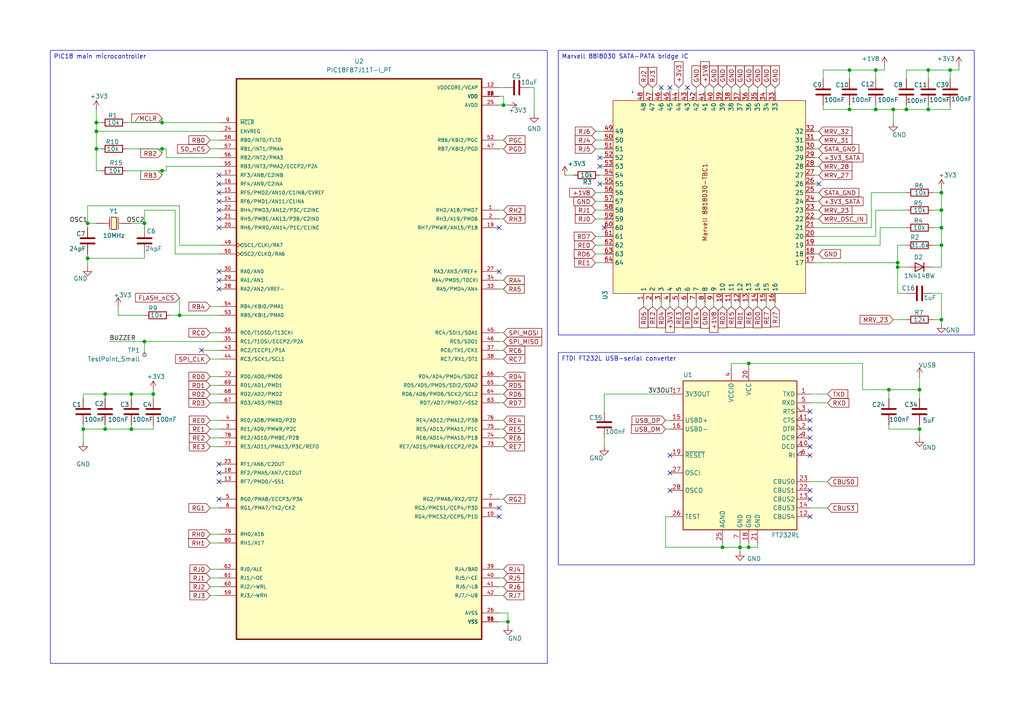
<source format=kicad_sch>
(kicad_sch (version 20250114) (generator "eeschema") (generator_version "9.0")
  (paper "A4")
  (text_box "FTDI FT232L USB-serial converter" (at 161.925 102.235 0) (size 120.65 61.595) (margins 0.9525 0.9525 0.9525 0.9525) (effects (font (size 1.27 1.27)) (justify left top)))
  (text_box "PIC18 main microcontroller" (at 14.605 14.605 0) (size 144.145 177.8) (margins 0.9525 0.9525 0.9525 0.9525) (effects (font (size 1.27 1.27)) (justify left top)))
  (text_box "Marvell 88i8030 SATA-PATA bridge IC" (at 161.925 14.605 0) (size 120.65 82.55) (margins 0.9525 0.9525 0.9525 0.9525) (effects (font (size 1.27 1.27)) (justify left top)))
  (junction (at 38.1 114.3))
  (junction (at 25.4 74.93))
  (junction (at 27.94 38.1))
  (junction (at 38.1 124.46))
  (junction (at 217.17 105.41))
  (junction (at 266.7 124.46))
  (junction (at 269.24 20.32))
  (junction (at 217.17 158.75))
  (junction (at 41.91 99.06))
  (junction (at 27.94 43.18))
  (junction (at 273.05 66.04))
  (junction (at 30.48 114.3))
  (junction (at 24.13 124.46))
  (junction (at 259.08 31.75))
  (junction (at 52.07 91.44))
  (junction (at 27.94 35.56))
  (junction (at 25.4 64.77))
  (junction (at 260.35 76.2))
  (junction (at 209.55 158.75))
  (junction (at 257.81 113.03))
  (junction (at 246.38 20.32))
  (junction (at 46.99 43.18))
  (junction (at 273.05 55.88))
  (junction (at 147.32 180.34))
  (junction (at 46.99 35.56))
  (junction (at 254 20.32))
  (junction (at 260.35 77.47))
  (junction (at 262.89 31.75))
  (junction (at 214.63 158.75))
  (junction (at 41.91 64.77))
  (junction (at 254 31.75))
  (junction (at 273.05 71.12))
  (junction (at 269.24 31.75))
  (junction (at 275.59 20.32))
  (junction (at 266.7 113.03))
  (junction (at 30.48 124.46))
  (junction (at 246.38 31.75))
  (junction (at 273.05 60.96))
  (junction (at 273.05 92.71))
  (junction (at 44.45 114.3))
  (junction (at 46.99 49.53))
  (junction (at 146.05 30.48))
  (no_connect (at 194.31 25.4))
  (no_connect (at 234.95 127))
  (no_connect (at 234.95 149.86))
  (no_connect (at 234.95 129.54))
  (no_connect (at 175.26 66.04))
  (no_connect (at 144.78 78.74))
  (no_connect (at 194.31 142.24))
  (no_connect (at 234.95 142.24))
  (no_connect (at 173.99 45.72))
  (no_connect (at 63.5 144.78))
  (no_connect (at 63.5 137.16))
  (no_connect (at 63.5 78.74))
  (no_connect (at 63.5 83.82))
  (no_connect (at 173.99 48.26))
  (no_connect (at 63.5 139.7))
  (no_connect (at 63.5 81.28))
  (no_connect (at 194.31 137.16))
  (no_connect (at 194.31 132.08))
  (no_connect (at 173.99 53.34))
  (no_connect (at 63.5 134.62))
  (no_connect (at 234.95 121.92))
  (no_connect (at 234.95 119.38))
  (no_connect (at 199.39 25.4))
  (no_connect (at 63.5 55.88))
  (no_connect (at 234.95 124.46))
  (no_connect (at 63.5 53.34))
  (no_connect (at 58.42 101.6))
  (no_connect (at 144.78 66.04))
  (no_connect (at 234.95 144.78))
  (no_connect (at 63.5 60.96))
  (no_connect (at 63.5 58.42))
  (no_connect (at 63.5 63.5))
  (no_connect (at 63.5 50.8))
  (no_connect (at 191.77 25.4))
  (no_connect (at 144.78 149.86))
  (no_connect (at 237.49 53.34))
  (no_connect (at 144.78 147.32))
  (no_connect (at 234.95 132.08))
  (no_connect (at 63.5 66.04))
  (wire (pts (xy 254 30.48) (xy 254 31.75)))
  (wire (pts (xy 48.26 48.26) (xy 63.5 48.26)))
  (wire (pts (xy 52.07 71.12) (xy 63.5 71.12)))
  (wire (pts (xy 193.04 124.46) (xy 194.31 124.46)))
  (wire (pts (xy 41.91 73.66) (xy 41.91 74.93)))
  (wire (pts (xy 172.72 43.18) (xy 175.26 43.18)))
  (wire (pts (xy 46.99 35.56) (xy 63.5 35.56)))
  (wire (pts (xy 147.32 177.8) (xy 147.32 180.34)))
  (wire (pts (xy 196.85 26.67) (xy 196.85 25.4)))
  (wire (pts (xy 144.78 111.76) (xy 146.05 111.76)))
  (wire (pts (xy 217.17 105.41) (xy 217.17 106.68)))
  (wire (pts (xy 224.79 88.9) (xy 224.79 87.63)))
  (wire (pts (xy 273.05 55.88) (xy 270.51 55.88)))
  (wire (pts (xy 25.4 64.77) (xy 27.94 64.77)))
  (wire (pts (xy 260.35 71.12) (xy 262.89 71.12)))
  (wire (pts (xy 27.94 31.75) (xy 27.94 35.56)))
  (wire (pts (xy 144.78 109.22) (xy 146.05 109.22)))
  (wire (pts (xy 60.96 88.9) (xy 63.5 88.9)))
  (wire (pts (xy 252.73 66.04) (xy 252.73 55.88)))
  (wire (pts (xy 46.99 49.53) (xy 48.26 49.53)))
  (wire (pts (xy 209.55 88.9) (xy 209.55 87.63)))
  (wire (pts (xy 144.78 180.34) (xy 147.32 180.34)))
  (wire (pts (xy 194.31 88.9) (xy 194.31 87.63)))
  (wire (pts (xy 201.93 26.67) (xy 201.93 25.4)))
  (wire (pts (xy 246.38 31.75) (xy 254 31.75)))
  (wire (pts (xy 259.08 31.75) (xy 262.89 31.75)))
  (wire (pts (xy 172.72 55.88) (xy 175.26 55.88)))
  (wire (pts (xy 30.48 124.46) (xy 38.1 124.46)))
  (wire (pts (xy 144.78 25.4) (xy 146.05 25.4)))
  (wire (pts (xy 144.78 40.64) (xy 146.05 40.64)))
  (wire (pts (xy 186.69 26.67) (xy 186.69 25.4)))
  (wire (pts (xy 236.22 45.72) (xy 237.49 45.72)))
  (wire (pts (xy 38.1 123.19) (xy 38.1 124.46)))
  (wire (pts (xy 270.51 66.04) (xy 273.05 66.04)))
  (wire (pts (xy 144.78 165.1) (xy 146.05 165.1)))
  (wire (pts (xy 175.26 114.3) (xy 175.26 119.38)))
  (wire (pts (xy 173.99 45.72) (xy 175.26 45.72)))
  (wire (pts (xy 262.89 20.32) (xy 262.89 22.86)))
  (wire (pts (xy 34.29 88.9) (xy 34.29 91.44)))
  (wire (pts (xy 27.94 43.18) (xy 27.94 49.53)))
  (wire (pts (xy 273.05 55.88) (xy 273.05 60.96)))
  (wire (pts (xy 246.38 20.32) (xy 254 20.32)))
  (wire (pts (xy 172.72 68.58) (xy 175.26 68.58)))
  (wire (pts (xy 194.31 25.4) (xy 194.31 26.67)))
  (wire (pts (xy 144.78 121.92) (xy 146.05 121.92)))
  (wire (pts (xy 217.17 26.67) (xy 217.17 25.4)))
  (wire (pts (xy 238.76 30.48) (xy 238.76 31.75)))
  (wire (pts (xy 46.99 44.45) (xy 46.99 43.18)))
  (wire (pts (xy 38.1 64.77) (xy 41.91 64.77)))
  (wire (pts (xy 266.7 113.03) (xy 266.7 115.57)))
  (wire (pts (xy 50.8 73.66) (xy 63.5 73.66)))
  (wire (pts (xy 204.47 26.67) (xy 204.47 25.4)))
  (wire (pts (xy 269.24 20.32) (xy 269.24 22.86)))
  (wire (pts (xy 144.78 104.14) (xy 146.05 104.14)))
  (wire (pts (xy 24.13 124.46) (xy 24.13 128.27)))
  (wire (pts (xy 144.78 63.5) (xy 146.05 63.5)))
  (wire (pts (xy 273.05 92.71) (xy 270.51 92.71)))
  (wire (pts (xy 24.13 115.57) (xy 24.13 114.3)))
  (wire (pts (xy 44.45 114.3) (xy 44.45 115.57)))
  (wire (pts (xy 144.78 43.18) (xy 146.05 43.18)))
  (wire (pts (xy 25.4 64.77) (xy 25.4 66.04)))
  (wire (pts (xy 237.49 53.34) (xy 236.22 53.34)))
  (wire (pts (xy 255.27 71.12) (xy 255.27 66.04)))
  (wire (pts (xy 25.4 59.69) (xy 25.4 64.77)))
  (wire (pts (xy 27.94 38.1) (xy 27.94 35.56)))
  (wire (pts (xy 44.45 123.19) (xy 44.45 124.46)))
  (wire (pts (xy 255.27 66.04) (xy 262.89 66.04)))
  (wire (pts (xy 144.78 81.28) (xy 146.05 81.28)))
  (wire (pts (xy 254 20.32) (xy 254 22.86)))
  (wire (pts (xy 41.91 66.04) (xy 41.91 64.77)))
  (wire (pts (xy 46.99 50.8) (xy 46.99 49.53)))
  (wire (pts (xy 257.81 113.03) (xy 257.81 115.57)))
  (wire (pts (xy 52.07 86.36) (xy 52.07 91.44)))
  (wire (pts (xy 212.09 88.9) (xy 212.09 87.63)))
  (wire (pts (xy 236.22 71.12) (xy 255.27 71.12)))
  (wire (pts (xy 270.51 77.47) (xy 273.05 77.47)))
  (wire (pts (xy 49.53 91.44) (xy 52.07 91.44)))
  (wire (pts (xy 204.47 88.9) (xy 204.47 87.63)))
  (wire (pts (xy 217.17 105.41) (xy 250.19 105.41)))
  (wire (pts (xy 30.48 123.19) (xy 30.48 124.46)))
  (wire (pts (xy 27.94 49.53) (xy 29.21 49.53)))
  (wire (pts (xy 60.96 96.52) (xy 63.5 96.52)))
  (wire (pts (xy 250.19 113.03) (xy 257.81 113.03)))
  (wire (pts (xy 273.05 60.96) (xy 270.51 60.96)))
  (wire (pts (xy 212.09 26.67) (xy 212.09 25.4)))
  (wire (pts (xy 27.94 43.18) (xy 27.94 38.1)))
  (wire (pts (xy 191.77 25.4) (xy 191.77 26.67)))
  (wire (pts (xy 29.21 43.18) (xy 27.94 43.18)))
  (wire (pts (xy 214.63 158.75) (xy 217.17 158.75)))
  (wire (pts (xy 172.72 63.5) (xy 175.26 63.5)))
  (wire (pts (xy 273.05 71.12) (xy 270.51 71.12)))
  (wire (pts (xy 60.96 127) (xy 63.5 127)))
  (wire (pts (xy 30.48 114.3) (xy 30.48 115.57)))
  (wire (pts (xy 234.95 147.32) (xy 240.03 147.32)))
  (wire (pts (xy 44.45 114.3) (xy 38.1 114.3)))
  (wire (pts (xy 144.78 177.8) (xy 147.32 177.8)))
  (wire (pts (xy 199.39 25.4) (xy 199.39 26.67)))
  (wire (pts (xy 31.75 99.06) (xy 41.91 99.06)))
  (wire (pts (xy 260.35 71.12) (xy 260.35 76.2)))
  (wire (pts (xy 144.78 96.52) (xy 146.05 96.52)))
  (wire (pts (xy 189.23 88.9) (xy 189.23 87.63)))
  (wire (pts (xy 246.38 30.48) (xy 246.38 31.75)))
  (wire (pts (xy 260.35 77.47) (xy 260.35 85.09)))
  (wire (pts (xy 48.26 45.72) (xy 63.5 45.72)))
  (wire (pts (xy 250.19 105.41) (xy 250.19 113.03)))
  (wire (pts (xy 236.22 50.8) (xy 237.49 50.8)))
  (wire (pts (xy 144.78 60.96) (xy 146.05 60.96)))
  (wire (pts (xy 144.78 129.54) (xy 146.05 129.54)))
  (wire (pts (xy 24.13 114.3) (xy 30.48 114.3)))
  (wire (pts (xy 163.83 50.8) (xy 166.37 50.8)))
  (wire (pts (xy 44.45 124.46) (xy 38.1 124.46)))
  (wire (pts (xy 212.09 105.41) (xy 212.09 106.68)))
  (wire (pts (xy 48.26 45.72) (xy 48.26 43.18)))
  (wire (pts (xy 172.72 60.96) (xy 175.26 60.96)))
  (wire (pts (xy 269.24 31.75) (xy 275.59 31.75)))
  (wire (pts (xy 144.78 167.64) (xy 146.05 167.64)))
  (wire (pts (xy 254 60.96) (xy 262.89 60.96)))
  (wire (pts (xy 60.96 109.22) (xy 63.5 109.22)))
  (wire (pts (xy 172.72 71.12) (xy 175.26 71.12)))
  (wire (pts (xy 60.96 170.18) (xy 63.5 170.18)))
  (wire (pts (xy 52.07 71.12) (xy 52.07 59.69)))
  (wire (pts (xy 41.91 64.77) (xy 41.91 60.96)))
  (wire (pts (xy 25.4 74.93) (xy 41.91 74.93)))
  (wire (pts (xy 256.54 19.05) (xy 256.54 20.32)))
  (wire (pts (xy 60.96 157.48) (xy 63.5 157.48)))
  (wire (pts (xy 173.99 50.8) (xy 175.26 50.8)))
  (wire (pts (xy 236.22 68.58) (xy 254 68.58)))
  (wire (pts (xy 146.05 27.94) (xy 146.05 30.48)))
  (wire (pts (xy 191.77 88.9) (xy 191.77 87.63)))
  (wire (pts (xy 196.85 88.9) (xy 196.85 87.63)))
  (wire (pts (xy 30.48 124.46) (xy 24.13 124.46)))
  (wire (pts (xy 144.78 127) (xy 146.05 127)))
  (wire (pts (xy 236.22 63.5) (xy 237.49 63.5)))
  (wire (pts (xy 259.08 92.71) (xy 262.89 92.71)))
  (wire (pts (xy 217.17 88.9) (xy 217.17 87.63)))
  (wire (pts (xy 38.1 114.3) (xy 30.48 114.3)))
  (wire (pts (xy 273.05 54.61) (xy 273.05 55.88)))
  (wire (pts (xy 52.07 59.69) (xy 25.4 59.69)))
  (wire (pts (xy 254 68.58) (xy 254 60.96)))
  (wire (pts (xy 214.63 26.67) (xy 214.63 25.4)))
  (wire (pts (xy 219.71 26.67) (xy 219.71 25.4)))
  (wire (pts (xy 236.22 48.26) (xy 237.49 48.26)))
  (wire (pts (xy 60.96 43.18) (xy 63.5 43.18)))
  (wire (pts (xy 238.76 22.86) (xy 238.76 20.32)))
  (wire (pts (xy 262.89 77.47) (xy 260.35 77.47)))
  (wire (pts (xy 275.59 20.32) (xy 275.59 22.86)))
  (wire (pts (xy 60.96 104.14) (xy 63.5 104.14)))
  (wire (pts (xy 60.96 114.3) (xy 63.5 114.3)))
  (wire (pts (xy 41.91 99.06) (xy 63.5 99.06)))
  (wire (pts (xy 50.8 60.96) (xy 50.8 73.66)))
  (wire (pts (xy 252.73 55.88) (xy 262.89 55.88)))
  (wire (pts (xy 60.96 154.94) (xy 63.5 154.94)))
  (wire (pts (xy 173.99 48.26) (xy 175.26 48.26)))
  (wire (pts (xy 219.71 88.9) (xy 219.71 87.63)))
  (wire (pts (xy 60.96 116.84) (xy 63.5 116.84)))
  (wire (pts (xy 266.7 127) (xy 266.7 124.46)))
  (wire (pts (xy 60.96 165.1) (xy 63.5 165.1)))
  (wire (pts (xy 214.63 157.48) (xy 214.63 158.75)))
  (wire (pts (xy 36.83 35.56) (xy 46.99 35.56)))
  (wire (pts (xy 172.72 58.42) (xy 175.26 58.42)))
  (wire (pts (xy 172.72 76.2) (xy 175.26 76.2)))
  (wire (pts (xy 173.99 53.34) (xy 175.26 53.34)))
  (wire (pts (xy 144.78 124.46) (xy 146.05 124.46)))
  (wire (pts (xy 246.38 22.86) (xy 246.38 20.32)))
  (wire (pts (xy 238.76 20.32) (xy 246.38 20.32)))
  (wire (pts (xy 214.63 160.02) (xy 214.63 158.75)))
  (wire (pts (xy 240.03 116.84) (xy 234.95 116.84)))
  (wire (pts (xy 27.94 35.56) (xy 29.21 35.56)))
  (wire (pts (xy 193.04 121.92) (xy 194.31 121.92)))
  (wire (pts (xy 269.24 20.32) (xy 275.59 20.32)))
  (wire (pts (xy 38.1 114.3) (xy 38.1 115.57)))
  (wire (pts (xy 144.78 170.18) (xy 146.05 170.18)))
  (wire (pts (xy 234.95 114.3) (xy 240.03 114.3)))
  (wire (pts (xy 236.22 76.2) (xy 260.35 76.2)))
  (wire (pts (xy 60.96 129.54) (xy 63.5 129.54)))
  (wire (pts (xy 273.05 77.47) (xy 273.05 71.12)))
  (wire (pts (xy 236.22 55.88) (xy 237.49 55.88)))
  (wire (pts (xy 60.96 124.46) (xy 63.5 124.46)))
  (wire (pts (xy 199.39 88.9) (xy 199.39 87.63)))
  (wire (pts (xy 144.78 114.3) (xy 146.05 114.3)))
  (wire (pts (xy 60.96 40.64) (xy 63.5 40.64)))
  (wire (pts (xy 172.72 38.1) (xy 175.26 38.1)))
  (wire (pts (xy 144.78 83.82) (xy 146.05 83.82)))
  (wire (pts (xy 262.89 31.75) (xy 269.24 31.75)))
  (wire (pts (xy 209.55 158.75) (xy 214.63 158.75)))
  (wire (pts (xy 222.25 88.9) (xy 222.25 87.63)))
  (wire (pts (xy 25.4 77.47) (xy 25.4 74.93)))
  (wire (pts (xy 144.78 99.06) (xy 146.05 99.06)))
  (wire (pts (xy 266.7 109.22) (xy 266.7 113.03)))
  (wire (pts (xy 262.89 20.32) (xy 269.24 20.32)))
  (wire (pts (xy 36.83 43.18) (xy 46.99 43.18)))
  (wire (pts (xy 193.04 149.86) (xy 193.04 158.75)))
  (wire (pts (xy 234.95 139.7) (xy 240.03 139.7)))
  (wire (pts (xy 175.26 127) (xy 175.26 129.54)))
  (wire (pts (xy 60.96 172.72) (xy 63.5 172.72)))
  (wire (pts (xy 27.94 38.1) (xy 63.5 38.1)))
  (wire (pts (xy 236.22 40.64) (xy 237.49 40.64)))
  (wire (pts (xy 275.59 20.32) (xy 278.13 20.32)))
  (wire (pts (xy 273.05 85.09) (xy 273.05 92.71)))
  (wire (pts (xy 36.83 49.53) (xy 46.99 49.53)))
  (wire (pts (xy 236.22 38.1) (xy 237.49 38.1)))
  (wire (pts (xy 24.13 124.46) (xy 24.13 123.19)))
  (wire (pts (xy 254 31.75) (xy 259.08 31.75)))
  (wire (pts (xy 257.81 113.03) (xy 266.7 113.03)))
  (wire (pts (xy 147.32 180.34) (xy 147.32 181.61)))
  (wire (pts (xy 273.05 66.04) (xy 273.05 60.96)))
  (wire (pts (xy 254 20.32) (xy 256.54 20.32)))
  (wire (pts (xy 275.59 30.48) (xy 275.59 31.75)))
  (wire (pts (xy 269.24 31.75) (xy 269.24 30.48)))
  (wire (pts (xy 154.94 25.4) (xy 153.67 25.4)))
  (wire (pts (xy 273.05 92.71) (xy 273.05 93.98)))
  (wire (pts (xy 60.96 111.76) (xy 63.5 111.76)))
  (wire (pts (xy 144.78 30.48) (xy 146.05 30.48)))
  (wire (pts (xy 144.78 172.72) (xy 146.05 172.72)))
  (wire (pts (xy 214.63 88.9) (xy 214.63 87.63)))
  (wire (pts (xy 172.72 73.66) (xy 175.26 73.66)))
  (wire (pts (xy 60.96 147.32) (xy 63.5 147.32)))
  (wire (pts (xy 257.81 124.46) (xy 266.7 124.46)))
  (wire (pts (xy 144.78 27.94) (xy 146.05 27.94)))
  (wire (pts (xy 44.45 114.3) (xy 44.45 113.03)))
  (wire (pts (xy 60.96 121.92) (xy 63.5 121.92)))
  (wire (pts (xy 193.04 149.86) (xy 194.31 149.86)))
  (wire (pts (xy 236.22 66.04) (xy 252.73 66.04)))
  (wire (pts (xy 193.04 158.75) (xy 209.55 158.75)))
  (wire (pts (xy 217.17 158.75) (xy 219.71 158.75)))
  (wire (pts (xy 25.4 74.93) (xy 25.4 73.66)))
  (wire (pts (xy 257.81 123.19) (xy 257.81 124.46)))
  (wire (pts (xy 207.01 88.9) (xy 207.01 87.63)))
  (wire (pts (xy 58.42 101.6) (xy 63.5 101.6)))
  (wire (pts (xy 222.25 26.67) (xy 222.25 25.4)))
  (wire (pts (xy 236.22 73.66) (xy 237.49 73.66)))
  (wire (pts (xy 270.51 85.09) (xy 273.05 85.09)))
  (wire (pts (xy 34.29 91.44) (xy 41.91 91.44)))
  (wire (pts (xy 189.23 26.67) (xy 189.23 25.4)))
  (wire (pts (xy 238.76 31.75) (xy 246.38 31.75)))
  (wire (pts (xy 219.71 157.48) (xy 219.71 158.75)))
  (wire (pts (xy 217.17 157.48) (xy 217.17 158.75)))
  (wire (pts (xy 144.78 101.6) (xy 146.05 101.6)))
  (wire (pts (xy 273.05 66.04) (xy 273.05 71.12)))
  (wire (pts (xy 48.26 48.26) (xy 48.26 49.53)))
  (wire (pts (xy 144.78 144.78) (xy 146.05 144.78)))
  (wire (pts (xy 260.35 76.2) (xy 260.35 77.47)))
  (wire (pts (xy 262.89 31.75) (xy 262.89 30.48)))
  (wire (pts (xy 41.91 99.06) (xy 41.91 102.87)))
  (wire (pts (xy 144.78 116.84) (xy 146.05 116.84)))
  (wire (pts (xy 147.32 30.48) (xy 146.05 30.48)))
  (wire (pts (xy 41.91 60.96) (xy 50.8 60.96)))
  (wire (pts (xy 201.93 88.9) (xy 201.93 87.63)))
  (wire (pts (xy 236.22 43.18) (xy 237.49 43.18)))
  (wire (pts (xy 278.13 19.05) (xy 278.13 20.32)))
  (wire (pts (xy 212.09 105.41) (xy 217.17 105.41)))
  (wire (pts (xy 154.94 33.02) (xy 154.94 25.4)))
  (wire (pts (xy 209.55 157.48) (xy 209.55 158.75)))
  (wire (pts (xy 46.99 34.29) (xy 46.99 35.56)))
  (wire (pts (xy 52.07 91.44) (xy 63.5 91.44)))
  (wire (pts (xy 260.35 85.09) (xy 262.89 85.09)))
  (wire (pts (xy 46.99 43.18) (xy 48.26 43.18)))
  (wire (pts (xy 172.72 40.64) (xy 175.26 40.64)))
  (wire (pts (xy 236.22 58.42) (xy 237.49 58.42)))
  (wire (pts (xy 60.96 167.64) (xy 63.5 167.64)))
  (wire (pts (xy 236.22 60.96) (xy 237.49 60.96)))
  (wire (pts (xy 266.7 123.19) (xy 266.7 124.46)))
  (wire (pts (xy 259.08 35.56) (xy 259.08 31.75)))
  (wire (pts (xy 224.79 26.67) (xy 224.79 25.4)))
  (wire (pts (xy 186.69 88.9) (xy 186.69 87.63)))
  (wire (pts (xy 207.01 26.67) (xy 207.01 25.4)))
  (wire (pts (xy 209.55 26.67) (xy 209.55 25.4)))
  (wire (pts (xy 175.26 114.3) (xy 194.31 114.3)))
  (label "BUZZER" (at 31.75 99.06 0))
  (label "OSC2" (at 41.91 64.77 180))
  (label "OSC1" (at 25.4 64.77 180))
  (label "3V3OUT" (at 187.96 114.3 0))
  (global_label "RD4" (shape input) (at 191.77 88.9 270) (property "Intersheetrefs" "${INTERSHEET_REFS}" (effects (hide yes))))
  (global_label "RD0" (shape input) (at 219.71 88.9 270) (property "Intersheetrefs" "${INTERSHEET_REFS}" (effects (hide yes))))
  (global_label "RJ3" (shape input) (at 189.23 25.4 90) (property "Intersheetrefs" "${INTERSHEET_REFS}" (effects (hide yes))))
  (global_label "MRV_OSC_IN" (shape input) (at 237.49 63.5 0) (property "Intersheetrefs" "${INTERSHEET_REFS}" (effects (hide yes))))
  (global_label "RE7" (shape input) (at 222.25 88.9 270) (property "Intersheetrefs" "${INTERSHEET_REFS}" (effects (hide yes))))
  (global_label "RJ0" (shape input) (at 172.72 63.5 180) (property "Intersheetrefs" "${INTERSHEET_REFS}" (effects (hide yes))))
  (global_label "GND" (shape input) (at 209.55 25.4 90) (property "Intersheetrefs" "${INTERSHEET_REFS}" (effects (hide yes))))
  (global_label "RE4" (shape input) (at 146.05 121.92 0) (property "Intersheetrefs" "${INTERSHEET_REFS}" (effects (hide yes))))
  (global_label "PGC" (shape input) (at 146.05 40.64 0) (property "Intersheetrefs" "${INTERSHEET_REFS}" (effects (hide yes))))
  (global_label "+1V8" (shape input) (at 172.72 55.88 180) (property "Intersheetrefs" "${INTERSHEET_REFS}" (effects (hide yes))))
  (global_label "RE2" (shape input) (at 189.23 88.9 270) (property "Intersheetrefs" "${INTERSHEET_REFS}" (effects (hide yes))))
  (global_label "RJ5" (shape input) (at 172.72 43.18 180) (property "Intersheetrefs" "${INTERSHEET_REFS}" (effects (hide yes))))
  (global_label "+1V8" (shape input) (at 204.47 25.4 90) (property "Intersheetrefs" "${INTERSHEET_REFS}" (effects (hide yes))))
  (global_label "MRV_23" (shape input) (at 237.49 60.96 0) (property "Intersheetrefs" "${INTERSHEET_REFS}" (effects (hide yes))))
  (global_label "RJ2" (shape input) (at 60.96 170.18 180) (property "Intersheetrefs" "${INTERSHEET_REFS}" (effects (hide yes))))
  (global_label "RJ1" (shape input) (at 60.96 167.64 180) (property "Intersheetrefs" "${INTERSHEET_REFS}" (effects (hide yes))))
  (global_label "+1V8" (shape input) (at 207.01 88.9 270) (property "Intersheetrefs" "${INTERSHEET_REFS}" (effects (hide yes))))
  (global_label "RE6" (shape input) (at 146.05 127 0) (property "Intersheetrefs" "${INTERSHEET_REFS}" (effects (hide yes))))
  (global_label "SATA_GND" (shape input) (at 237.49 55.88 0) (property "Intersheetrefs" "${INTERSHEET_REFS}" (effects (hide yes))))
  (global_label "RD3" (shape input) (at 199.39 88.9 270) (property "Intersheetrefs" "${INTERSHEET_REFS}" (effects (hide yes))))
  (global_label "+3V3_SATA" (shape input) (at 237.49 58.42 0) (property "Intersheetrefs" "${INTERSHEET_REFS}" (effects (hide yes))))
  (global_label "RJ1" (shape input) (at 172.72 60.96 180) (property "Intersheetrefs" "${INTERSHEET_REFS}" (effects (hide yes))))
  (global_label "MRV_31" (shape input) (at 237.49 40.64 0) (property "Intersheetrefs" "${INTERSHEET_REFS}" (effects (hide yes))))
  (global_label "FLASH_nCS" (shape input) (at 52.07 86.36 180) (property "Intersheetrefs" "${INTERSHEET_REFS}" (effects (hide yes))))
  (global_label "GND" (shape input) (at 222.25 25.4 90) (property "Intersheetrefs" "${INTERSHEET_REFS}" (effects (hide yes))))
  (global_label "RH3" (shape input) (at 146.05 63.5 0) (property "Intersheetrefs" "${INTERSHEET_REFS}" (effects (hide yes))))
  (global_label "RC6" (shape input) (at 146.05 101.6 0) (property "Intersheetrefs" "${INTERSHEET_REFS}" (effects (hide yes))))
  (global_label "RJ4" (shape input) (at 172.72 40.64 180) (property "Intersheetrefs" "${INTERSHEET_REFS}" (effects (hide yes))))
  (global_label "RD5" (shape input) (at 146.05 111.76 0) (property "Intersheetrefs" "${INTERSHEET_REFS}" (effects (hide yes))))
  (global_label "PGD" (shape input) (at 146.05 43.18 0) (property "Intersheetrefs" "${INTERSHEET_REFS}" (effects (hide yes))))
  (global_label "RE5" (shape input) (at 212.09 88.9 270) (property "Intersheetrefs" "${INTERSHEET_REFS}" (effects (hide yes))))
  (global_label "RD2" (shape input) (at 209.55 88.9 270) (property "Intersheetrefs" "${INTERSHEET_REFS}" (effects (hide yes))))
  (global_label "RD1" (shape input) (at 214.63 88.9 270) (property "Intersheetrefs" "${INTERSHEET_REFS}" (effects (hide yes))))
  (global_label "RD5" (shape input) (at 186.69 88.9 270) (property "Intersheetrefs" "${INTERSHEET_REFS}" (effects (hide yes))))
  (global_label "MRV_28" (shape input) (at 237.49 48.26 0) (property "Intersheetrefs" "${INTERSHEET_REFS}" (effects (hide yes))))
  (global_label "RA4" (shape input) (at 146.05 81.28 0) (property "Intersheetrefs" "${INTERSHEET_REFS}" (effects (hide yes))))
  (global_label "RC7" (shape input) (at 146.05 104.14 0) (property "Intersheetrefs" "${INTERSHEET_REFS}" (effects (hide yes))))
  (global_label "RE7" (shape input) (at 146.05 129.54 0) (property "Intersheetrefs" "${INTERSHEET_REFS}" (effects (hide yes))))
  (global_label "RE3" (shape input) (at 60.96 129.54 180) (property "Intersheetrefs" "${INTERSHEET_REFS}" (effects (hide yes))))
  (global_label "GND" (shape input) (at 207.01 25.4 90) (property "Intersheetrefs" "${INTERSHEET_REFS}" (effects (hide yes))))
  (global_label "USB_DM" (shape input) (at 193.04 124.46 180) (property "Intersheetrefs" "${INTERSHEET_REFS}" (effects (hide yes))))
  (global_label "RD2" (shape input) (at 60.96 114.3 180) (property "Intersheetrefs" "${INTERSHEET_REFS}" (effects (hide yes))))
  (global_label "GND" (shape input) (at 219.71 25.4 90) (property "Intersheetrefs" "${INTERSHEET_REFS}" (effects (hide yes))))
  (global_label "SPI_CLK" (shape input) (at 60.96 104.14 180) (property "Intersheetrefs" "${INTERSHEET_REFS}" (effects (hide yes))))
  (global_label "{slash}MCLR" (shape input) (at 46.99 34.29 180) (property "Intersheetrefs" "${INTERSHEET_REFS}" (effects (hide yes))))
  (global_label "RD4" (shape input) (at 146.05 109.22 0) (property "Intersheetrefs" "${INTERSHEET_REFS}" (effects (hide yes))))
  (global_label "GND" (shape input) (at 217.17 25.4 90) (property "Intersheetrefs" "${INTERSHEET_REFS}" (effects (hide yes))))
  (global_label "RE1" (shape input) (at 172.72 76.2 180) (property "Intersheetrefs" "${INTERSHEET_REFS}" (effects (hide yes))))
  (global_label "GND" (shape input) (at 237.49 73.66 0) (property "Intersheetrefs" "${INTERSHEET_REFS}" (effects (hide yes))))
  (global_label "RJ3" (shape input) (at 60.96 172.72 180) (property "Intersheetrefs" "${INTERSHEET_REFS}" (effects (hide yes))))
  (global_label "RE4" (shape input) (at 201.93 88.9 270) (property "Intersheetrefs" "${INTERSHEET_REFS}" (effects (hide yes))))
  (global_label "MRV_27" (shape input) (at 237.49 50.8 0) (property "Intersheetrefs" "${INTERSHEET_REFS}" (effects (hide yes))))
  (global_label "RJ5" (shape input) (at 146.05 167.64 0) (property "Intersheetrefs" "${INTERSHEET_REFS}" (effects (hide yes))))
  (global_label "RE5" (shape input) (at 146.05 124.46 0) (property "Intersheetrefs" "${INTERSHEET_REFS}" (effects (hide yes))))
  (global_label "RJ6" (shape input) (at 172.72 38.1 180) (property "Intersheetrefs" "${INTERSHEET_REFS}" (effects (hide yes))))
  (global_label "USB_DP" (shape input) (at 193.04 121.92 180) (property "Intersheetrefs" "${INTERSHEET_REFS}" (effects (hide yes))))
  (global_label "SPI_MOSI" (shape input) (at 146.05 96.52 0) (property "Intersheetrefs" "${INTERSHEET_REFS}" (effects (hide yes))))
  (global_label "RJ0" (shape input) (at 60.96 165.1 180) (property "Intersheetrefs" "${INTERSHEET_REFS}" (effects (hide yes))))
  (global_label "RJ4" (shape input) (at 146.05 165.1 0) (property "Intersheetrefs" "${INTERSHEET_REFS}" (effects (hide yes))))
  (global_label "RE0" (shape input) (at 172.72 71.12 180) (property "Intersheetrefs" "${INTERSHEET_REFS}" (effects (hide yes))))
  (global_label "+3V3" (shape input) (at 194.31 88.9 270) (property "Intersheetrefs" "${INTERSHEET_REFS}" (effects (hide yes))))
  (global_label "RJ2" (shape input) (at 186.69 25.4 90) (property "Intersheetrefs" "${INTERSHEET_REFS}" (effects (hide yes))))
  (global_label "RB4" (shape input) (at 60.96 88.9 180) (property "Intersheetrefs" "${INTERSHEET_REFS}" (effects (hide yes))))
  (global_label "RE3" (shape input) (at 196.85 88.9 270) (property "Intersheetrefs" "${INTERSHEET_REFS}" (effects (hide yes))))
  (global_label "RE2" (shape input) (at 60.96 127 180) (property "Intersheetrefs" "${INTERSHEET_REFS}" (effects (hide yes))))
  (global_label "SATA_GND" (shape input) (at 237.49 43.18 0) (property "Intersheetrefs" "${INTERSHEET_REFS}" (effects (hide yes))))
  (global_label "GND" (shape input) (at 212.09 25.4 90) (property "Intersheetrefs" "${INTERSHEET_REFS}" (effects (hide yes))))
  (global_label "RE1" (shape input) (at 60.96 124.46 180) (property "Intersheetrefs" "${INTERSHEET_REFS}" (effects (hide yes))))
  (global_label "RB2" (shape input) (at 46.99 44.45 180) (property "Intersheetrefs" "${INTERSHEET_REFS}" (effects (hide yes))))
  (global_label "MRV_32" (shape input) (at 237.49 38.1 0) (property "Intersheetrefs" "${INTERSHEET_REFS}" (effects (hide yes))))
  (global_label "GND" (shape input) (at 224.79 25.4 90) (property "Intersheetrefs" "${INTERSHEET_REFS}" (effects (hide yes))))
  (global_label "CBUS0" (shape input) (at 240.03 139.7 0) (property "Intersheetrefs" "${INTERSHEET_REFS}" (effects (hide yes))))
  (global_label "TXD" (shape input) (at 240.03 114.3 0) (property "Intersheetrefs" "${INTERSHEET_REFS}" (effects (hide yes))))
  (global_label "RC0" (shape input) (at 60.96 96.52 180) (property "Intersheetrefs" "${INTERSHEET_REFS}" (effects (hide yes))))
  (global_label "RD0" (shape input) (at 60.96 109.22 180) (property "Intersheetrefs" "${INTERSHEET_REFS}" (effects (hide yes))))
  (global_label "GND" (shape input) (at 201.93 25.4 90) (property "Intersheetrefs" "${INTERSHEET_REFS}" (effects (hide yes))))
  (global_label "SPI_MISO" (shape input) (at 146.05 99.06 0) (property "Intersheetrefs" "${INTERSHEET_REFS}" (effects (hide yes))))
  (global_label "RB3" (shape input) (at 46.99 50.8 180) (property "Intersheetrefs" "${INTERSHEET_REFS}" (effects (hide yes))))
  (global_label "RE6" (shape input) (at 217.17 88.9 270) (property "Intersheetrefs" "${INTERSHEET_REFS}" (effects (hide yes))))
  (global_label "RD7" (shape input) (at 146.05 116.84 0) (property "Intersheetrefs" "${INTERSHEET_REFS}" (effects (hide yes))))
  (global_label "MRV_23" (shape input) (at 259.08 92.71 180) (property "Intersheetrefs" "${INTERSHEET_REFS}" (effects (hide yes))))
  (global_label "+3V3_SATA" (shape input) (at 237.49 45.72 0) (property "Intersheetrefs" "${INTERSHEET_REFS}" (effects (hide yes))))
  (global_label "+3V3" (shape input) (at 196.85 25.4 90) (property "Intersheetrefs" "${INTERSHEET_REFS}" (effects (hide yes))))
  (global_label "RG1" (shape input) (at 60.96 147.32 180) (property "Intersheetrefs" "${INTERSHEET_REFS}" (effects (hide yes))))
  (global_label "RD6" (shape input) (at 172.72 73.66 180) (property "Intersheetrefs" "${INTERSHEET_REFS}" (effects (hide yes))))
  (global_label "RH2" (shape input) (at 146.05 60.96 0) (property "Intersheetrefs" "${INTERSHEET_REFS}" (effects (hide yes))))
  (global_label "RD6" (shape input) (at 146.05 114.3 0) (property "Intersheetrefs" "${INTERSHEET_REFS}" (effects (hide yes))))
  (global_label "RH0" (shape input) (at 60.96 154.94 180) (property "Intersheetrefs" "${INTERSHEET_REFS}" (effects (hide yes))))
  (global_label "RA5" (shape input) (at 146.05 83.82 0) (property "Intersheetrefs" "${INTERSHEET_REFS}" (effects (hide yes))))
  (global_label "RD7" (shape input) (at 172.72 68.58 180) (property "Intersheetrefs" "${INTERSHEET_REFS}" (effects (hide yes))))
  (global_label "RE0" (shape input) (at 60.96 121.92 180) (property "Intersheetrefs" "${INTERSHEET_REFS}" (effects (hide yes))))
  (global_label "RG2" (shape input) (at 146.05 144.78 0) (property "Intersheetrefs" "${INTERSHEET_REFS}" (effects (hide yes))))
  (global_label "RD3" (shape input) (at 60.96 116.84 180) (property "Intersheetrefs" "${INTERSHEET_REFS}" (effects (hide yes))))
  (global_label "RJ6" (shape input) (at 146.05 170.18 0) (property "Intersheetrefs" "${INTERSHEET_REFS}" (effects (hide yes))))
  (global_label "RJ7" (shape input) (at 146.05 172.72 0) (property "Intersheetrefs" "${INTERSHEET_REFS}" (effects (hide yes))))
  (global_label "RD1" (shape input) (at 60.96 111.76 180) (property "Intersheetrefs" "${INTERSHEET_REFS}" (effects (hide yes))))
  (global_label "SD_nCS" (shape input) (at 60.96 43.18 180) (property "Intersheetrefs" "${INTERSHEET_REFS}" (effects (hide yes))))
  (global_label "GND" (shape input) (at 172.72 58.42 180) (property "Intersheetrefs" "${INTERSHEET_REFS}" (effects (hide yes))))
  (global_label "RXD" (shape input) (at 240.03 116.84 0) (property "Intersheetrefs" "${INTERSHEET_REFS}" (effects (hide yes))))
  (global_label "GND" (shape input) (at 204.47 88.9 270) (property "Intersheetrefs" "${INTERSHEET_REFS}" (effects (hide yes))))
  (global_label "RJ7" (shape input) (at 224.79 88.9 270) (property "Intersheetrefs" "${INTERSHEET_REFS}" (effects (hide yes))))
  (global_label "RB0" (shape input) (at 60.96 40.64 180) (property "Intersheetrefs" "${INTERSHEET_REFS}" (effects (hide yes))))
  (global_label "CBUS3" (shape input) (at 240.03 147.32 0) (property "Intersheetrefs" "${INTERSHEET_REFS}" (effects (hide yes))))
  (global_label "GND" (shape input) (at 214.63 25.4 90) (property "Intersheetrefs" "${INTERSHEET_REFS}" (effects (hide yes))))
  (global_label "RH1" (shape input) (at 60.96 157.48 180) (property "Intersheetrefs" "${INTERSHEET_REFS}" (effects (hide yes))))
  (symbol (lib_id "Device:C") (at 275.59 26.67 180) (unit 1)
    (property "Reference" "C39" (at 275.336 24.638 0) (effects (justify left)))
    (property "Value" "100nF" (at 281.94 28.702 0) (effects (justify left)))
    (property "Footprint" "Capacitor_SMD:C_0603_1608Metric" (effects (hide yes)))
    (property "Description" "Unpolarized capacitor" (effects (hide yes)))
  )
  (symbol (lib_id "Device:R") (at 266.7 92.71 270) (mirror x) (unit 1)
    (property "Reference" "R7" (at 265.176 90.678 90) (effects (justify left)))
    (property "Value" "12k" (at 264.922 92.71 90) (effects (justify left)))
    (property "Footprint" "Resistor_SMD:R_0603_1608Metric" (effects (hide yes)))
  )
  (symbol (lib_id "lizard:8818030-TBC1") (at 204.47 58.42 90) (unit 1)
    (property "Reference" "U3" (at 175.514 85.598 0))
    (property "Value" "~" (at 183.4449 26.67 0))
    (property "Footprint" "Package_QFP:LQFP-64_10x10mm_P0.5mm" (effects (hide yes)))
  )
  (symbol (lib_id "Diode:1N4148W") (at 266.7 77.47 180) (unit 1)
    (property "Reference" "D2" (at 266.3825 74.6125 0))
    (property "Value" "1N4148W" (at 266.7 80.01 0))
    (property "Footprint" "Diode_SMD:D_SOD-123" (effects (hide yes)))
    (property "Datasheet" "https://www.vishay.com/docs/85748/1n4148w.pdf" (effects (hide yes)))
    (property "Description" "75V 0.15A Fast Switching Diode, SOD-123" (effects (hide yes)))
    (property "Sim.Device" "D" (effects (hide yes)))
    (property "Sim.Pins" "1=K 2=A" (effects (hide yes)))
  )
  (symbol (lib_id "Device:R") (at 266.7 60.96 90) (mirror x) (unit 1)
    (property "Reference" "R5" (at 264.922 58.928 90) (effects (justify right)))
    (property "Value" "10k" (at 264.922 60.96 90) (effects (justify right)))
    (property "Footprint" "Resistor_SMD:R_0603_1608Metric" (effects (hide yes)))
  )
  (symbol (lib_id "Device:C") (at 149.86 25.4 90) (unit 1)
    (property "Reference" "C5" (at 151.13 22.098 90) (effects (justify left)))
    (property "Value" "10uF" (at 155.956 23.876 90) (effects (justify left)))
    (property "Footprint" "Capacitor_SMD:C_0805_2012Metric" (effects (hide yes)))
    (property "Description" "Unpolarized capacitor" (effects (hide yes)))
  )
  (symbol (lib_id "power:GND") (at 214.63 160.02 0) (unit 1)
    (property "Reference" "#PWR012" (effects (hide yes)))
    (property "Value" "GND" (at 218.694 162.052 0))
    (property "Description" "Power symbol creates a global label with name \"GND\" , ground" (effects (hide yes)))
  )
  (symbol (lib_id "power:GND") (at 24.13 128.27 0) (mirror y) (unit 1)
    (property "Reference" "#PWR049" (effects (hide yes)))
    (property "Value" "GND" (at 24.13 134.62 0))
    (property "Description" "Power symbol creates a global label with name \"GND\" , ground" (effects (hide yes)))
  )
  (symbol (lib_id "Device:R") (at 45.72 91.44 270) (unit 1)
    (property "Reference" "R9" (at 45.72 89.408 90) (effects (justify right)))
    (property "Value" "10k" (at 47.244 91.44 90) (effects (justify right)))
    (property "Footprint" "Resistor_SMD:R_0603_1608Metric" (effects (hide yes)))
  )
  (symbol (lib_id "Device:C") (at 266.7 119.38 180) (unit 1)
    (property "Reference" "C34" (at 266.192 117.348 0) (effects (justify left)))
    (property "Value" "5uF" (at 271.272 121.92 0) (effects (justify left)))
    (property "Footprint" "Capacitor_SMD:C_0805_2012Metric" (effects (hide yes)))
    (property "Description" "Unpolarized capacitor" (effects (hide yes)))
  )
  (symbol (lib_id "Device:R") (at 266.7 66.04 90) (mirror x) (unit 1)
    (property "Reference" "R4" (at 267.716 64.008 90) (effects (justify left)))
    (property "Value" "10k" (at 268.478 66.04 90) (effects (justify left)))
    (property "Footprint" "Resistor_SMD:R_0603_1608Metric" (effects (hide yes)))
  )
  (symbol (lib_id "Interface_USB:FT232RL") (at 214.63 132.08 0) (unit 1)
    (property "Reference" "U1" (at 198.12 108.712 0) (effects (justify left)))
    (property "Value" "FT232RL" (at 223.774 155.194 0) (effects (justify left)))
    (property "Footprint" "Package_SO:SSOP-28_5.3x10.2mm_P0.65mm" (effects (hide yes)))
    (property "Datasheet" "https://www.ftdichip.com/Support/Documents/DataSheets/ICs/DS_FT232R.pdf" (effects (hide yes)))
    (property "Description" "USB to Serial Interface, SSOP-28" (effects (hide yes)))
  )
  (symbol (lib_id "power:+5V") (at 266.7 109.22 0) (unit 1)
    (property "Reference" "#PWR023" (effects (hide yes)))
    (property "Value" "VUSB" (at 268.986 105.918 0))
    (property "Description" "Power symbol creates a global label with name \"VUSB\"" (effects (hide yes)))
  )
  (symbol (lib_id "power:GND") (at 154.94 33.02 0) (unit 1)
    (property "Reference" "#PWR036" (effects (hide yes)))
    (property "Value" "GND" (at 154.94 37.338 0))
    (property "Description" "Power symbol creates a global label with name \"GND\" , ground" (effects (hide yes)))
  )
  (symbol (lib_id "power:+3V3") (at 44.45 113.03 0) (unit 1)
    (property "Reference" "#PWR035" (effects (hide yes)))
    (property "Value" "+3V3" (at 45.212 109.22 0))
    (property "Description" "Power symbol creates a global label with name \"+3V3\"" (effects (hide yes)))
  )
  (symbol (lib_id "power:GND") (at 147.32 181.61 0) (unit 1)
    (property "Reference" "#PWR013" (effects (hide yes)))
    (property "Value" "GND" (at 149.352 185.166 0))
    (property "Description" "Power symbol creates a global label with name \"GND\" , ground" (effects (hide yes)))
  )
  (symbol (lib_id "Device:C") (at 38.1 119.38 0) (unit 1)
    (property "Reference" "C3" (at 34.798 117.348 0) (effects (justify left)))
    (property "Value" "100nF" (at 38.354 121.666 0) (effects (justify left)))
    (property "Footprint" "Capacitor_SMD:C_0603_1608Metric" (effects (hide yes)))
    (property "Description" "Unpolarized capacitor" (effects (hide yes)))
  )
  (symbol (lib_id "power:+3V3") (at 27.94 31.75 0) (unit 1)
    (property "Reference" "#PWR034" (effects (hide yes)))
    (property "Value" "+3V3" (at 28.702 27.94 0))
    (property "Description" "Power symbol creates a global label with name \"+3V3\"" (effects (hide yes)))
  )
  (symbol (lib_id "power:+3V3") (at 34.29 88.9 0) (unit 1)
    (property "Reference" "#PWR010" (effects (hide yes)))
    (property "Value" "+3V3" (at 35.56 85.598 0))
    (property "Description" "Power symbol creates a global label with name \"+3V3\"" (effects (hide yes)))
  )
  (symbol (lib_id "Device:R") (at 266.7 71.12 90) (unit 1)
    (property "Reference" "R2" (at 266.7 68.834 90) (effects (justify left)))
    (property "Value" "31.6k" (at 269.494 71.12 90) (effects (justify left)))
    (property "Footprint" "Resistor_SMD:R_1206_3216Metric" (effects (hide yes)))
  )
  (symbol (lib_id "Device:C") (at 30.48 119.38 0) (unit 1)
    (property "Reference" "C2" (at 27.432 117.094 0) (effects (justify left)))
    (property "Value" "100nF" (at 31.242 121.666 0) (effects (justify left)))
    (property "Footprint" "Capacitor_SMD:C_0603_1608Metric" (effects (hide yes)))
    (property "Description" "Unpolarized capacitor" (effects (hide yes)))
  )
  (symbol (lib_id "Device:C") (at 24.13 119.38 180) (unit 1)
    (property "Reference" "C1" (at 23.622 117.348 0) (effects (justify left)))
    (property "Value" "100nF" (at 30.48 121.666 0) (effects (justify left)))
    (property "Footprint" "Capacitor_SMD:C_0603_1608Metric" (effects (hide yes)))
    (property "Description" "Unpolarized capacitor" (effects (hide yes)))
  )
  (symbol (lib_id "power:GND") (at 273.05 93.98 0) (unit 1)
    (property "Reference" "#PWR042" (effects (hide yes)))
    (property "Value" "GND" (at 276.352 95.758 0))
    (property "Description" "Power symbol creates a global label with name \"GND\" , ground" (effects (hide yes)))
  )
  (symbol (lib_id "Device:C") (at 41.91 69.85 0) (mirror x) (unit 1)
    (property "Reference" "C6" (at 45.212 67.056 0) (effects (justify right)))
    (property "Value" "24pF" (at 46.99 72.136 0) (effects (justify right)))
    (property "Footprint" "Capacitor_SMD:C_0603_1608Metric" (effects (hide yes)))
    (property "Description" "Unpolarized capacitor" (effects (hide yes)))
  )
  (symbol (lib_id "Device:C") (at 262.89 26.67 180) (unit 1)
    (property "Reference" "C8" (at 261.874 24.638 0) (effects (justify left)))
    (property "Value" "100nF" (at 268.986 29.21 0) (effects (justify left)))
    (property "Footprint" "Capacitor_SMD:C_0603_1608Metric" (effects (hide yes)))
    (property "Description" "Unpolarized capacitor" (effects (hide yes)))
  )
  (symbol (lib_id "power:GND") (at 259.08 35.56 0) (unit 1)
    (property "Reference" "#PWR014" (effects (hide yes)))
    (property "Value" "GND" (at 260.858 39.116 0))
    (property "Description" "Power symbol creates a global label with name \"GND\" , ground" (effects (hide yes)))
  )
  (symbol (lib_id "Device:R") (at 33.02 49.53 270) (mirror x) (unit 1)
    (property "Reference" "R15" (at 31.75 47.244 90) (effects (justify left)))
    (property "Value" "10k" (at 31.496 49.53 90) (effects (justify left)))
    (property "Footprint" "Resistor_SMD:R_0603_1608Metric" (effects (hide yes)))
  )
  (symbol (lib_id "Device:R") (at 170.18 50.8 270) (unit 1)
    (property "Reference" "R3" (at 171.704 52.832 90) (effects (justify right)))
    (property "Value" "10k" (at 171.958 50.8 90) (effects (justify right)))
    (property "Footprint" "Resistor_SMD:R_0603_1608Metric" (effects (hide yes)))
  )
  (symbol (lib_id "power:+3V3") (at 163.83 50.8 0) (unit 1)
    (property "Reference" "#PWR018" (effects (hide yes)))
    (property "Value" "+3V3" (at 164.592 47.498 0) (effects (justify left)))
    (property "Description" "Power symbol creates a global label with name \"+3V3\"" (effects (hide yes)))
  )
  (symbol (lib_id "power:+3V3") (at 147.32 30.48 270) (unit 1)
    (property "Reference" "#PWR048" (effects (hide yes)))
    (property "Value" "+3V3" (at 150.114 32.004 90))
    (property "Description" "Power symbol creates a global label with name \"+3V3\"" (effects (hide yes)))
  )
  (symbol (lib_id "Device:C") (at 238.76 26.67 0) (unit 1)
    (property "Reference" "C9" (at 235.712 24.638 0) (effects (justify left)))
    (property "Value" "100nF" (at 239.014 28.956 0) (effects (justify left)))
    (property "Footprint" "Capacitor_SMD:C_0603_1608Metric" (effects (hide yes)))
    (property "Description" "Unpolarized capacitor" (effects (hide yes)))
  )
  (symbol (lib_id "Device:R") (at 33.02 35.56 90) (unit 1)
    (property "Reference" "R1" (at 34.036 33.528 90) (effects (justify left)))
    (property "Value" "10k" (at 34.798 35.56 90) (effects (justify left)))
    (property "Footprint" "Resistor_SMD:R_0603_1608Metric" (effects (hide yes)))
  )
  (symbol (lib_id "power:GND") (at 266.7 127 0) (mirror y) (unit 1)
    (property "Reference" "#PWR03" (effects (hide yes)))
    (property "Value" "GND" (at 269.494 129.794 0))
    (property "Description" "Power symbol creates a global label with name \"GND\" , ground" (effects (hide yes)))
  )
  (symbol (lib_id "power:+3V3") (at 273.05 54.61 0) (mirror y) (unit 1)
    (property "Reference" "#PWR017" (effects (hide yes)))
    (property "Value" "+3V3" (at 274.828 50.8 0))
    (property "Description" "Power symbol creates a global label with name \"+3V3\"" (effects (hide yes)))
  )
  (symbol (lib_id "Device:C") (at 257.81 119.38 180) (unit 1)
    (property "Reference" "C24" (at 256.794 117.348 0) (effects (justify left)))
    (property "Value" "100nF" (at 263.906 121.666 0) (effects (justify left)))
    (property "Footprint" "Capacitor_SMD:C_0603_1608Metric" (effects (hide yes)))
    (property "Description" "Unpolarized capacitor" (effects (hide yes)))
  )
  (symbol (lib_id "Device:C") (at 175.26 123.19 180) (unit 1)
    (property "Reference" "C35" (at 174.752 121.158 0) (effects (justify left)))
    (property "Value" "100nF" (at 181.61 125.222 0) (effects (justify left)))
    (property "Footprint" "Capacitor_SMD:C_0603_1608Metric" (effects (hide yes)))
    (property "Description" "Unpolarized capacitor" (effects (hide yes)))
  )
  (symbol (lib_id "Connector:TestPoint_Small") (at 41.91 102.87 0) (mirror x) (unit 1)
    (property "Reference" "TP1" (at 40.64 101.5999 0) (effects (justify right)))
    (property "Value" "TestPoint_Small" (at 40.64 104.1399 0) (effects (justify right)))
    (property "Footprint" "TestPoint:TestPoint_Pad_D1.5mm" (effects (hide yes)))
    (property "Description" "test point" (effects (hide yes)))
  )
  (symbol (lib_id "lizard:PIC18F87J11T-I_PT") (at 104.14 104.14 0) (unit 1)
    (property "Reference" "U2" (at 104.14 17.78 0))
    (property "Value" "PIC18F87J11T-I_PT" (at 104.14 20.32 0))
    (property "Footprint" "lizard:QFP50P1400X1400X120-80N" (effects (hide yes)))
    (property "DigiKey_Part_Number" "PIC18F87J11T-I/PTTR-ND" (effects (hide yes)))
    (property "SnapEDA_Link" "https://www.snapeda.com/parts/PIC18F87J11T-I/PT/Microchip/view-part/?ref=snap" (effects (hide yes)))
    (property "Description_1" "128KB Flash, 3936 bytes RAM, 10 MIPS, 67 I/O, nanoWatt80 TQFP 12x12x1mm T/R | Microchip Technology Inc. PIC18F87J11T-I/PT" (effects (hide yes)))
    (property "MF" "Microchip" (effects (hide yes)))
    (property "Package" "TQFP-80 Microchip" (effects (hide yes)))
    (property "Check_prices" "https://www.snapeda.com/parts/PIC18F87J11T-I/PT/Microchip/view-part/?ref=eda" (effects (hide yes)))
    (property "MP" "PIC18F87J11T-I/PT" (effects (hide yes)))
  )
  (symbol (lib_id "power:+1V8") (at 256.54 19.05 0) (unit 1)
    (property "Reference" "#PWR046" (effects (hide yes)))
    (property "Value" "+1V8" (at 252.476 17.018 0))
    (property "Description" "Power symbol creates a global label with name \"+1V8\"" (effects (hide yes)))
  )
  (symbol (lib_id "Device:C") (at 246.38 26.67 0) (unit 1)
    (property "Reference" "C10" (at 242.316 24.638 0) (effects (justify left)))
    (property "Value" "100nF" (at 246.888 28.956 0) (effects (justify left)))
    (property "Footprint" "Capacitor_SMD:C_0603_1608Metric" (effects (hide yes)))
    (property "Description" "Unpolarized capacitor" (effects (hide yes)))
  )
  (symbol (lib_id "lizard:SMD-5032_2P10MHz20pf30ppm") (at 33.02 64.77 0) (mirror y) (unit 1)
    (property "Reference" "Y1" (at 33.02 61.214 0))
    (property "Value" "10MHz" (at 33.02 68.326 0))
    (property "Footprint" "lizard:OSC-SMD_L5.0-W3.2" (effects (hide yes)))
    (property "Datasheet" "https://lcsc.com/product-detail/SMD-Crystals_SMD-5032-2P-10MHz-20pf-30ppm_C150558.html" (effects (hide yes)))
    (property "LCSC Part" "C150558" (effects (hide yes)))
  )
  (symbol (lib_id "Device:C") (at 25.4 69.85 0) (mirror x) (unit 1)
    (property "Reference" "C7" (at 22.098 67.818 0) (effects (justify left)))
    (property "Value" "24pF" (at 20.066 72.136 0) (effects (justify left)))
    (property "Footprint" "Capacitor_SMD:C_0603_1608Metric" (effects (hide yes)))
    (property "Description" "Unpolarized capacitor" (effects (hide yes)))
  )
  (symbol (lib_id "power:GND") (at 25.4 77.47 0) (mirror y) (unit 1)
    (property "Reference" "#PWR037" (effects (hide yes)))
    (property "Value" "GND" (at 23.368 80.772 0))
    (property "Description" "Power symbol creates a global label with name \"GND\" , ground" (effects (hide yes)))
  )
  (symbol (lib_id "power:GND") (at 175.26 129.54 0) (mirror y) (unit 1)
    (property "Reference" "#PWR09" (effects (hide yes)))
    (property "Value" "GND" (at 172.974 132.842 0))
    (property "Description" "Power symbol creates a global label with name \"GND\" , ground" (effects (hide yes)))
  )
  (symbol (lib_id "Device:C") (at 254 26.67 0) (mirror x) (unit 1)
    (property "Reference" "C12" (at 249.682 24.384 0) (effects (justify left)))
    (property "Value" "100nF" (at 254.508 28.956 0) (effects (justify left)))
    (property "Footprint" "Capacitor_SMD:C_0603_1608Metric" (effects (hide yes)))
    (property "Description" "Unpolarized capacitor" (effects (hide yes)))
  )
  (symbol (lib_id "Device:C") (at 44.45 119.38 0) (unit 1)
    (property "Reference" "C4" (at 41.402 117.348 0) (effects (justify left)))
    (property "Value" "100nF" (at 45.212 121.666 0) (effects (justify left)))
    (property "Footprint" "Capacitor_SMD:C_0603_1608Metric" (effects (hide yes)))
    (property "Description" "Unpolarized capacitor" (effects (hide yes)))
  )
  (symbol (lib_id "Device:C") (at 269.24 26.67 180) (unit 1)
    (property "Reference" "C11" (at 268.986 24.638 0) (effects (justify left)))
    (property "Value" "100nF" (at 275.59 28.956 0) (effects (justify left)))
    (property "Footprint" "Capacitor_SMD:C_0603_1608Metric" (effects (hide yes)))
    (property "Description" "Unpolarized capacitor" (effects (hide yes)))
  )
  (symbol (lib_id "Device:R") (at 33.02 43.18 90) (unit 1)
    (property "Reference" "R10" (at 34.544 41.148 90) (effects (justify left)))
    (property "Value" "10k" (at 34.544 43.18 90) (effects (justify left)))
    (property "Footprint" "Resistor_SMD:R_0603_1608Metric" (effects (hide yes)))
  )
  (symbol (lib_id "Device:R") (at 266.7 55.88 270) (mirror x) (unit 1)
    (property "Reference" "R6" (at 265.176 53.848 90) (effects (justify left)))
    (property "Value" "10k" (at 265.176 55.88 90) (effects (justify left)))
    (property "Footprint" "Resistor_SMD:R_0603_1608Metric" (effects (hide yes)))
  )
  (symbol (lib_id "Device:C") (at 266.7 85.09 90) (unit 1)
    (property "Reference" "C16" (at 265.43 83.566 90) (effects (justify left)))
    (property "Value" "1uF" (at 271.526 86.36 90) (effects (justify left)))
    (property "Footprint" "Capacitor_SMD:C_0603_1608Metric" (effects (hide yes)))
    (property "Description" "Unpolarized capacitor" (effects (hide yes)))
  )
  (symbol (lib_id "power:+3V3") (at 278.13 19.05 0) (unit 1)
    (property "Reference" "#PWR045" (effects (hide yes)))
    (property "Value" "+3V3" (at 274.32 17.018 0))
    (property "Description" "Power symbol creates a global label with name \"+3V3\"" (effects (hide yes)))
  )
)
</source>
